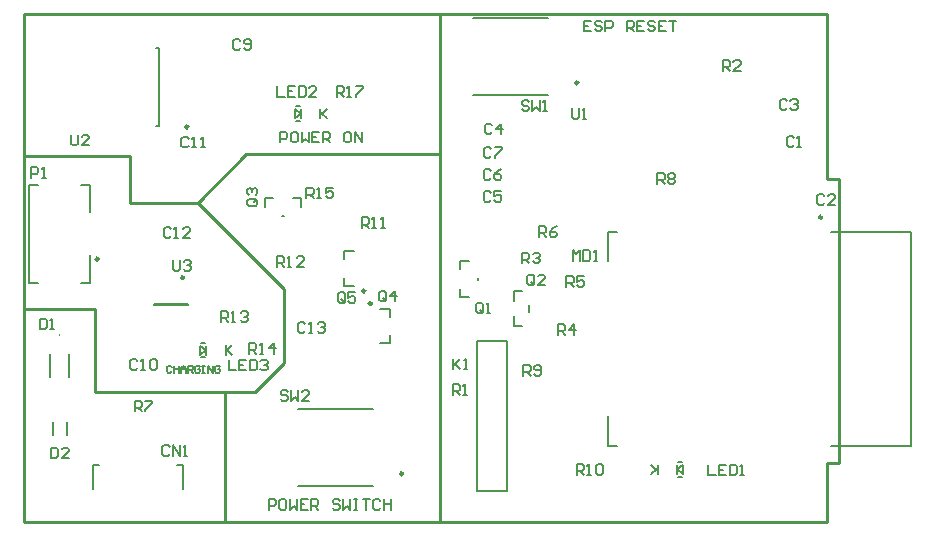
<source format=gto>
G04*
G04 #@! TF.GenerationSoftware,Altium Limited,Altium Designer,22.6.1 (34)*
G04*
G04 Layer_Color=65535*
%FSLAX44Y44*%
%MOMM*%
G71*
G04*
G04 #@! TF.SameCoordinates,A7F95BF2-09E6-4EF4-AC3E-D413731AB972*
G04*
G04*
G04 #@! TF.FilePolarity,Positive*
G04*
G01*
G75*
%ADD10C,0.2500*%
%ADD11C,0.1250*%
%ADD12C,0.1000*%
%ADD13C,0.2000*%
%ADD14C,0.2540*%
%ADD15C,0.1500*%
D10*
X749320Y944400D02*
G03*
X749320Y944400I-1250J0D01*
G01*
X1285900Y867750D02*
G03*
X1285900Y867750I-1250J0D01*
G01*
X931096Y650611D02*
G03*
X931096Y650611I-1250J0D01*
G01*
X899196Y805483D02*
G03*
X899196Y805483I-1250J0D01*
G01*
X1079407Y981656D02*
G03*
X1079407Y981656I-1250J0D01*
G01*
X673375Y832445D02*
G03*
X673375Y832445I-1250J0D01*
G01*
X904691Y794680D02*
G03*
X904691Y794680I-1250J0D01*
G01*
X745520Y816644D02*
G03*
X745520Y816644I-1250J0D01*
G01*
D11*
X1067340Y907837D02*
G03*
X1067340Y907837I-620J0D01*
G01*
D12*
X640125Y768307D02*
G03*
X640125Y767307I0J-500D01*
G01*
D02*
G03*
X640125Y768307I0J500D01*
G01*
D13*
X724570Y944700D02*
Y1010700D01*
X722070D02*
X724570D01*
X722070Y944700D02*
X724570D01*
X1360800Y674500D02*
Y855500D01*
X1104800Y674500D02*
X1112050D01*
X1293650D02*
X1360800D01*
X1104800Y830400D02*
Y855500D01*
Y674500D02*
Y699600D01*
Y855500D02*
X1112050D01*
X1293650D02*
X1360800D01*
X842446Y705561D02*
X905346D01*
X842446Y640561D02*
X905346D01*
X881446Y809883D02*
X889596D01*
X881446D02*
Y816484D01*
Y839083D02*
X889596D01*
X881446Y832484D02*
Y839083D01*
X990757Y1036606D02*
X1053657D01*
X990757Y971606D02*
X1053657D01*
X1164209Y660465D02*
X1167209D01*
X1164209Y647965D02*
X1167209D01*
X1168249Y650405D02*
Y658025D01*
X1163169Y654215D02*
X1168249Y658025D01*
X1163169Y654215D02*
X1168249Y650405D01*
X1163169D02*
Y658025D01*
X648125Y732307D02*
Y752307D01*
X632125Y732307D02*
Y752307D01*
X994464Y814733D02*
Y816233D01*
X979264Y830683D02*
X987114D01*
X979264Y800283D02*
Y806733D01*
Y824233D02*
Y830683D01*
Y800283D02*
X987114D01*
X739820Y658257D02*
X744900D01*
X668700Y637937D02*
Y658257D01*
X673780D01*
X744900Y637937D02*
Y658257D01*
X1038178Y787391D02*
Y793511D01*
X1025178Y805051D02*
X1031905D01*
X1025178Y775851D02*
Y784011D01*
Y796891D02*
Y805051D01*
Y775851D02*
X1031905D01*
X634500Y683577D02*
Y694576D01*
X646537Y683638D02*
Y694638D01*
X1019378Y635590D02*
Y762590D01*
X993978D02*
X1019378D01*
X993978Y635590D02*
X1019378D01*
X993978D02*
Y762590D01*
X828785Y869082D02*
X830285D01*
X844735Y876432D02*
Y884282D01*
X814335D02*
X820785D01*
X838285D02*
X844735D01*
X814335Y876432D02*
Y884282D01*
X666125Y812445D02*
Y835945D01*
Y871945D02*
Y895445D01*
X614125Y812445D02*
Y895445D01*
X622125D01*
X658125D02*
X666125D01*
X658125Y812445D02*
X666125D01*
X614125D02*
X622125D01*
X911791Y790280D02*
X919941D01*
Y783680D02*
Y790280D01*
X911791Y761080D02*
X919941D01*
Y767680D01*
X840672Y949104D02*
X843672D01*
X840672Y961604D02*
X843672D01*
X839632Y951544D02*
Y959164D01*
Y951544D02*
X844712Y955354D01*
X839632Y959164D02*
X844712Y955354D01*
Y951544D02*
Y959164D01*
X720270Y793261D02*
X749270D01*
X720270D02*
Y794319D01*
X749270D01*
Y793261D02*
Y794319D01*
X760419Y749109D02*
X763419D01*
X760419Y761609D02*
X763419D01*
X759379Y751549D02*
Y759169D01*
Y751549D02*
X764459Y755359D01*
X759379Y759169D02*
X764459Y755359D01*
Y751549D02*
Y759169D01*
X827268Y931093D02*
Y940090D01*
X831766D01*
X833266Y938591D01*
Y935592D01*
X831766Y934092D01*
X827268D01*
X840763Y940090D02*
X837764D01*
X836265Y938591D01*
Y932593D01*
X837764Y931093D01*
X840763D01*
X842263Y932593D01*
Y938591D01*
X840763Y940090D01*
X845262D02*
Y931093D01*
X848261Y934092D01*
X851260Y931093D01*
Y940090D01*
X860257D02*
X854259D01*
Y931093D01*
X860257D01*
X854259Y935592D02*
X857258D01*
X863256Y931093D02*
Y940090D01*
X867754D01*
X869254Y938591D01*
Y935592D01*
X867754Y934092D01*
X863256D01*
X866255D02*
X869254Y931093D01*
X885749Y940090D02*
X882750D01*
X881250Y938591D01*
Y932593D01*
X882750Y931093D01*
X885749D01*
X887248Y932593D01*
Y938591D01*
X885749Y940090D01*
X890247Y931093D02*
Y940090D01*
X896245Y931093D01*
Y940090D01*
X1090537Y1034310D02*
X1084539D01*
Y1025313D01*
X1090537D01*
X1084539Y1029811D02*
X1087538D01*
X1099534Y1032810D02*
X1098035Y1034310D01*
X1095036D01*
X1093536Y1032810D01*
Y1031311D01*
X1095036Y1029811D01*
X1098035D01*
X1099534Y1028312D01*
Y1026812D01*
X1098035Y1025313D01*
X1095036D01*
X1093536Y1026812D01*
X1102533Y1025313D02*
Y1034310D01*
X1107032D01*
X1108531Y1032810D01*
Y1029811D01*
X1107032Y1028312D01*
X1102533D01*
X1120528Y1025313D02*
Y1034310D01*
X1125026D01*
X1126526Y1032810D01*
Y1029811D01*
X1125026Y1028312D01*
X1120528D01*
X1123527D02*
X1126526Y1025313D01*
X1135523Y1034310D02*
X1129525D01*
Y1025313D01*
X1135523D01*
X1129525Y1029811D02*
X1132524D01*
X1144520Y1032810D02*
X1143020Y1034310D01*
X1140021D01*
X1138522Y1032810D01*
Y1031311D01*
X1140021Y1029811D01*
X1143020D01*
X1144520Y1028312D01*
Y1026812D01*
X1143020Y1025313D01*
X1140021D01*
X1138522Y1026812D01*
X1153517Y1034310D02*
X1147519D01*
Y1025313D01*
X1153517D01*
X1147519Y1029811D02*
X1150518D01*
X1156516Y1034310D02*
X1162514D01*
X1159515D01*
Y1025313D01*
X817438Y620321D02*
Y629318D01*
X821937D01*
X823436Y627819D01*
Y624820D01*
X821937Y623320D01*
X817438D01*
X830934Y629318D02*
X827935D01*
X826435Y627819D01*
Y621820D01*
X827935Y620321D01*
X830934D01*
X832433Y621820D01*
Y627819D01*
X830934Y629318D01*
X835432D02*
Y620321D01*
X838431Y623320D01*
X841431Y620321D01*
Y629318D01*
X850428D02*
X844429D01*
Y620321D01*
X850428D01*
X844429Y624820D02*
X847429D01*
X853427Y620321D02*
Y629318D01*
X857925D01*
X859425Y627819D01*
Y624820D01*
X857925Y623320D01*
X853427D01*
X856426D02*
X859425Y620321D01*
X877419Y627819D02*
X875919Y629318D01*
X872920D01*
X871421Y627819D01*
Y626319D01*
X872920Y624820D01*
X875919D01*
X877419Y623320D01*
Y621820D01*
X875919Y620321D01*
X872920D01*
X871421Y621820D01*
X880418Y629318D02*
Y620321D01*
X883417Y623320D01*
X886416Y620321D01*
Y629318D01*
X889415D02*
X892414D01*
X890914D01*
Y620321D01*
X889415D01*
X892414D01*
X896913Y629318D02*
X902911D01*
X899911D01*
Y620321D01*
X911908Y627819D02*
X910408Y629318D01*
X907409D01*
X905910Y627819D01*
Y621820D01*
X907409Y620321D01*
X910408D01*
X911908Y621820D01*
X914907Y629318D02*
Y620321D01*
Y624820D01*
X920905D01*
Y629318D01*
Y620321D01*
X1146659Y650028D02*
Y658025D01*
Y655359D01*
X1141327Y650028D01*
X1145326Y654027D01*
X1141327Y658025D01*
X861222Y959541D02*
Y951544D01*
Y954210D01*
X866554Y959541D01*
X862555Y955543D01*
X866554Y951544D01*
X780969Y759547D02*
Y751549D01*
Y754215D01*
X786301Y759547D01*
X782302Y755548D01*
X786301Y751549D01*
X736341Y831667D02*
Y824169D01*
X737840Y822670D01*
X740839D01*
X742339Y824169D01*
Y831667D01*
X745338Y830168D02*
X746837Y831667D01*
X749836D01*
X751336Y830168D01*
Y828668D01*
X749836Y827169D01*
X748337D01*
X749836D01*
X751336Y825669D01*
Y824169D01*
X749836Y822670D01*
X746837D01*
X745338Y824169D01*
X650001Y937600D02*
Y930103D01*
X651500Y928603D01*
X654499D01*
X655999Y930103D01*
Y937600D01*
X664996Y928603D02*
X658998D01*
X664996Y934601D01*
Y936101D01*
X663496Y937600D01*
X660497D01*
X658998Y936101D01*
X1074246Y960206D02*
Y952708D01*
X1075745Y951208D01*
X1078745D01*
X1080244Y952708D01*
Y960206D01*
X1083243Y951208D02*
X1086242D01*
X1084743D01*
Y960206D01*
X1083243Y958706D01*
X833439Y719916D02*
X831940Y721416D01*
X828941D01*
X827441Y719916D01*
Y718417D01*
X828941Y716917D01*
X831940D01*
X833439Y715418D01*
Y713918D01*
X831940Y712419D01*
X828941D01*
X827441Y713918D01*
X836438Y721416D02*
Y712419D01*
X839437Y715418D01*
X842436Y712419D01*
Y721416D01*
X851433Y712419D02*
X845435D01*
X851433Y718417D01*
Y719916D01*
X849934Y721416D01*
X846935D01*
X845435Y719916D01*
X1037709Y965251D02*
X1036209Y966751D01*
X1033210D01*
X1031711Y965251D01*
Y963752D01*
X1033210Y962252D01*
X1036209D01*
X1037709Y960753D01*
Y959253D01*
X1036209Y957754D01*
X1033210D01*
X1031711Y959253D01*
X1040708Y966751D02*
Y957754D01*
X1043707Y960753D01*
X1046706Y957754D01*
Y966751D01*
X1049705Y957754D02*
X1052704D01*
X1051205D01*
Y966751D01*
X1049705Y965251D01*
X874857Y969940D02*
Y978937D01*
X879356D01*
X880856Y977438D01*
Y974439D01*
X879356Y972939D01*
X874857D01*
X877857D02*
X880856Y969940D01*
X883855D02*
X886854D01*
X885354D01*
Y978937D01*
X883855Y977438D01*
X891352Y978937D02*
X897350D01*
Y977438D01*
X891352Y971440D01*
Y969940D01*
X849345Y883882D02*
Y892879D01*
X853843D01*
X855343Y891380D01*
Y888381D01*
X853843Y886881D01*
X849345D01*
X852344D02*
X855343Y883882D01*
X858342D02*
X861341D01*
X859841D01*
Y892879D01*
X858342Y891380D01*
X871837Y892879D02*
X865839D01*
Y888381D01*
X868838Y889880D01*
X870338D01*
X871837Y888381D01*
Y885382D01*
X870338Y883882D01*
X867339D01*
X865839Y885382D01*
X800909Y752331D02*
Y761329D01*
X805407D01*
X806907Y759829D01*
Y756830D01*
X805407Y755331D01*
X800909D01*
X803908D02*
X806907Y752331D01*
X809906D02*
X812905D01*
X811405D01*
Y761329D01*
X809906Y759829D01*
X821902Y752331D02*
Y761329D01*
X817403Y756830D01*
X823402D01*
X777064Y779169D02*
Y788166D01*
X781563D01*
X783063Y786666D01*
Y783668D01*
X781563Y782168D01*
X777064D01*
X780063D02*
X783063Y779169D01*
X786061D02*
X789061D01*
X787561D01*
Y788166D01*
X786061Y786666D01*
X793559D02*
X795059Y788166D01*
X798058D01*
X799557Y786666D01*
Y785167D01*
X798058Y783668D01*
X796558D01*
X798058D01*
X799557Y782168D01*
Y780668D01*
X798058Y779169D01*
X795059D01*
X793559Y780668D01*
X824460Y825747D02*
Y834744D01*
X828958D01*
X830458Y833244D01*
Y830245D01*
X828958Y828746D01*
X824460D01*
X827459D02*
X830458Y825747D01*
X833457D02*
X836456D01*
X834956D01*
Y834744D01*
X833457Y833244D01*
X846952Y825747D02*
X840954D01*
X846952Y831745D01*
Y833244D01*
X845453Y834744D01*
X842454D01*
X840954Y833244D01*
X896086Y858602D02*
Y867599D01*
X900584D01*
X902084Y866100D01*
Y863101D01*
X900584Y861601D01*
X896086D01*
X899085D02*
X902084Y858602D01*
X905083D02*
X908082D01*
X906582D01*
Y867599D01*
X905083Y866100D01*
X912580Y858602D02*
X915579D01*
X914080D01*
Y867599D01*
X912580Y866100D01*
X1078026Y649905D02*
Y658903D01*
X1082524D01*
X1084024Y657403D01*
Y654404D01*
X1082524Y652905D01*
X1078026D01*
X1081025D02*
X1084024Y649905D01*
X1087023D02*
X1090022D01*
X1088522D01*
Y658903D01*
X1087023Y657403D01*
X1094520D02*
X1096020Y658903D01*
X1099019D01*
X1100519Y657403D01*
Y651405D01*
X1099019Y649905D01*
X1096020D01*
X1094520Y651405D01*
Y657403D01*
X1033073Y733623D02*
Y742620D01*
X1037571D01*
X1039071Y741120D01*
Y738121D01*
X1037571Y736622D01*
X1033073D01*
X1036072D02*
X1039071Y733623D01*
X1042070Y735122D02*
X1043569Y733623D01*
X1046569D01*
X1048068Y735122D01*
Y741120D01*
X1046569Y742620D01*
X1043569D01*
X1042070Y741120D01*
Y739621D01*
X1043569Y738121D01*
X1048068D01*
X1146579Y895970D02*
Y904967D01*
X1151077D01*
X1152577Y903467D01*
Y900468D01*
X1151077Y898969D01*
X1146579D01*
X1149578D02*
X1152577Y895970D01*
X1155576Y903467D02*
X1157075Y904967D01*
X1160074D01*
X1161574Y903467D01*
Y901968D01*
X1160074Y900468D01*
X1161574Y898969D01*
Y897469D01*
X1160074Y895970D01*
X1157075D01*
X1155576Y897469D01*
Y898969D01*
X1157075Y900468D01*
X1155576Y901968D01*
Y903467D01*
X1157075Y900468D02*
X1160074D01*
X703945Y703366D02*
Y712363D01*
X708444D01*
X709943Y710863D01*
Y707864D01*
X708444Y706365D01*
X703945D01*
X706944D02*
X709943Y703366D01*
X712942Y712363D02*
X718941D01*
Y710863D01*
X712942Y704865D01*
Y703366D01*
X1046261Y851068D02*
Y860065D01*
X1050760D01*
X1052259Y858566D01*
Y855567D01*
X1050760Y854067D01*
X1046261D01*
X1049260D02*
X1052259Y851068D01*
X1061256Y860065D02*
X1058257Y858566D01*
X1055258Y855567D01*
Y852568D01*
X1056758Y851068D01*
X1059757D01*
X1061256Y852568D01*
Y854067D01*
X1059757Y855567D01*
X1055258D01*
X1069463Y808768D02*
Y817765D01*
X1073961D01*
X1075461Y816265D01*
Y813266D01*
X1073961Y811767D01*
X1069463D01*
X1072462D02*
X1075461Y808768D01*
X1084458Y817765D02*
X1078460D01*
Y813266D01*
X1081459Y814766D01*
X1082958D01*
X1084458Y813266D01*
Y810267D01*
X1082958Y808768D01*
X1079959D01*
X1078460Y810267D01*
X1062367Y768193D02*
Y777190D01*
X1066865D01*
X1068365Y775691D01*
Y772692D01*
X1066865Y771192D01*
X1062367D01*
X1065366D02*
X1068365Y768193D01*
X1075862D02*
Y777190D01*
X1071364Y772692D01*
X1077362D01*
X1032002Y828844D02*
Y837841D01*
X1036500D01*
X1038000Y836342D01*
Y833343D01*
X1036500Y831843D01*
X1032002D01*
X1035001D02*
X1038000Y828844D01*
X1040999Y836342D02*
X1042498Y837841D01*
X1045497D01*
X1046997Y836342D01*
Y834843D01*
X1045497Y833343D01*
X1043998D01*
X1045497D01*
X1046997Y831843D01*
Y830344D01*
X1045497Y828844D01*
X1042498D01*
X1040999Y830344D01*
X1201913Y991576D02*
Y1000573D01*
X1206411D01*
X1207911Y999073D01*
Y996074D01*
X1206411Y994575D01*
X1201913D01*
X1204911D02*
X1207911Y991576D01*
X1216908D02*
X1210910D01*
X1216908Y997574D01*
Y999073D01*
X1215408Y1000573D01*
X1212409D01*
X1210910Y999073D01*
X973270Y717380D02*
Y726377D01*
X977768D01*
X979268Y724878D01*
Y721879D01*
X977768Y720379D01*
X973270D01*
X976269D02*
X979268Y717380D01*
X982267D02*
X985266D01*
X983766D01*
Y726377D01*
X982267Y724878D01*
X881875Y796710D02*
Y802708D01*
X880375Y804208D01*
X877376D01*
X875877Y802708D01*
Y796710D01*
X877376Y795210D01*
X880375D01*
X878876Y798209D02*
X881875Y795210D01*
X880375D02*
X881875Y796710D01*
X890872Y804208D02*
X884874D01*
Y799709D01*
X887873Y801208D01*
X889372D01*
X890872Y799709D01*
Y796710D01*
X889372Y795210D01*
X886373D01*
X884874Y796710D01*
X916918Y798056D02*
Y804054D01*
X915419Y805553D01*
X912420D01*
X910920Y804054D01*
Y798056D01*
X912420Y796556D01*
X915419D01*
X913919Y799555D02*
X916918Y796556D01*
X915419D02*
X916918Y798056D01*
X924416Y796556D02*
Y805553D01*
X919917Y801055D01*
X925915D01*
X806297Y883455D02*
X800299D01*
X798800Y881955D01*
Y878956D01*
X800299Y877457D01*
X806297D01*
X807797Y878956D01*
Y881955D01*
X804798Y880456D02*
X807797Y883455D01*
Y881955D02*
X806297Y883455D01*
X800299Y886454D02*
X798800Y887953D01*
Y890952D01*
X800299Y892452D01*
X801798D01*
X803298Y890952D01*
Y889453D01*
Y890952D01*
X804798Y892452D01*
X806297D01*
X807797Y890952D01*
Y887953D01*
X806297Y886454D01*
X1042346Y811723D02*
Y817721D01*
X1040846Y819220D01*
X1037848D01*
X1036348Y817721D01*
Y811723D01*
X1037848Y810223D01*
X1040846D01*
X1039347Y813222D02*
X1042346Y810223D01*
X1040846D02*
X1042346Y811723D01*
X1051343Y810223D02*
X1045345D01*
X1051343Y816221D01*
Y817721D01*
X1049844Y819220D01*
X1046844D01*
X1045345Y817721D01*
X998953Y788045D02*
Y794043D01*
X997454Y795543D01*
X994455D01*
X992955Y794043D01*
Y788045D01*
X994455Y786546D01*
X997454D01*
X995954Y789545D02*
X998953Y786546D01*
X997454D02*
X998953Y788045D01*
X1001953Y786546D02*
X1004951D01*
X1003452D01*
Y795543D01*
X1001953Y794043D01*
X616427Y901257D02*
Y910254D01*
X620926D01*
X622425Y908754D01*
Y905755D01*
X620926Y904256D01*
X616427D01*
X625425Y901257D02*
X628424D01*
X626924D01*
Y910254D01*
X625425Y908754D01*
X1074754Y830756D02*
Y839753D01*
X1077753Y836754D01*
X1080752Y839753D01*
Y830756D01*
X1083751Y839753D02*
Y830756D01*
X1088249D01*
X1089749Y832255D01*
Y838253D01*
X1088249Y839753D01*
X1083751D01*
X1092748Y830756D02*
X1095747D01*
X1094247D01*
Y839753D01*
X1092748Y838253D01*
X783396Y747208D02*
Y738211D01*
X789394D01*
X798391Y747208D02*
X792393D01*
Y738211D01*
X798391D01*
X792393Y742709D02*
X795392D01*
X801390Y747208D02*
Y738211D01*
X805888D01*
X807388Y739710D01*
Y745708D01*
X805888Y747208D01*
X801390D01*
X810387Y745708D02*
X811886Y747208D01*
X814885D01*
X816385Y745708D01*
Y744209D01*
X814885Y742709D01*
X813386D01*
X814885D01*
X816385Y741210D01*
Y739710D01*
X814885Y738211D01*
X811886D01*
X810387Y739710D01*
X824777Y978757D02*
Y969760D01*
X830776D01*
X839773Y978757D02*
X833774D01*
Y969760D01*
X839773D01*
X833774Y974259D02*
X836774D01*
X842772Y978757D02*
Y969760D01*
X847270D01*
X848770Y971260D01*
Y977258D01*
X847270Y978757D01*
X842772D01*
X857767Y969760D02*
X851769D01*
X857767Y975758D01*
Y977258D01*
X856267Y978757D01*
X853268D01*
X851769Y977258D01*
X1189749Y658344D02*
Y649347D01*
X1195747D01*
X1204744Y658344D02*
X1198746D01*
Y649347D01*
X1204744D01*
X1198746Y653846D02*
X1201745D01*
X1207743Y658344D02*
Y649347D01*
X1212241D01*
X1213741Y650846D01*
Y656845D01*
X1212241Y658344D01*
X1207743D01*
X1216740Y649347D02*
X1219739D01*
X1218239D01*
Y658344D01*
X1216740Y656845D01*
X973673Y748035D02*
Y739037D01*
Y742037D01*
X979671Y748035D01*
X975173Y743536D01*
X979671Y739037D01*
X982670D02*
X985669D01*
X984170D01*
Y748035D01*
X982670Y746535D01*
X633162Y672804D02*
Y663807D01*
X637661D01*
X639160Y665306D01*
Y671304D01*
X637661Y672804D01*
X633162D01*
X648158Y663807D02*
X642160D01*
X648158Y669805D01*
Y671304D01*
X646658Y672804D01*
X643659D01*
X642160Y671304D01*
X623555Y781994D02*
Y772997D01*
X628054D01*
X629553Y774497D01*
Y780495D01*
X628054Y781994D01*
X623555D01*
X632552Y772997D02*
X635551D01*
X634052D01*
Y781994D01*
X632552Y780495D01*
X733433Y673176D02*
X731934Y674676D01*
X728935D01*
X727435Y673176D01*
Y667178D01*
X728935Y665678D01*
X731934D01*
X733433Y667178D01*
X736432Y665678D02*
Y674676D01*
X742430Y665678D01*
Y674676D01*
X745430Y665678D02*
X748428D01*
X746929D01*
Y674676D01*
X745430Y673176D01*
X848328Y777501D02*
X846829Y779000D01*
X843830D01*
X842330Y777501D01*
Y771503D01*
X843830Y770003D01*
X846829D01*
X848328Y771503D01*
X851327Y770003D02*
X854326D01*
X852827D01*
Y779000D01*
X851327Y777501D01*
X858825D02*
X860324Y779000D01*
X863323D01*
X864823Y777501D01*
Y776001D01*
X863323Y774502D01*
X861824D01*
X863323D01*
X864823Y773002D01*
Y771503D01*
X863323Y770003D01*
X860324D01*
X858825Y771503D01*
X734522Y857721D02*
X733023Y859221D01*
X730024D01*
X728524Y857721D01*
Y851723D01*
X730024Y850224D01*
X733023D01*
X734522Y851723D01*
X737521Y850224D02*
X740520D01*
X739021D01*
Y859221D01*
X737521Y857721D01*
X751017Y850224D02*
X745019D01*
X751017Y856222D01*
Y857721D01*
X749517Y859221D01*
X746518D01*
X745019Y857721D01*
X749559Y934456D02*
X748060Y935955D01*
X745061D01*
X743561Y934456D01*
Y928458D01*
X745061Y926958D01*
X748060D01*
X749559Y928458D01*
X752559Y926958D02*
X755557D01*
X754058D01*
Y935955D01*
X752559Y934456D01*
X760056Y926958D02*
X763055D01*
X761556D01*
Y935955D01*
X760056Y934456D01*
X706258Y746321D02*
X704758Y747820D01*
X701759D01*
X700260Y746321D01*
Y740323D01*
X701759Y738823D01*
X704758D01*
X706258Y740323D01*
X709257Y738823D02*
X712256D01*
X710756D01*
Y747820D01*
X709257Y746321D01*
X716754D02*
X718254Y747820D01*
X721253D01*
X722752Y746321D01*
Y740323D01*
X721253Y738823D01*
X718254D01*
X716754Y740323D01*
Y746321D01*
X793438Y1017065D02*
X791938Y1018565D01*
X788939D01*
X787440Y1017065D01*
Y1011067D01*
X788939Y1009567D01*
X791938D01*
X793438Y1011067D01*
X796437D02*
X797936Y1009567D01*
X800936D01*
X802435Y1011067D01*
Y1017065D01*
X800936Y1018565D01*
X797936D01*
X796437Y1017065D01*
Y1015566D01*
X797936Y1014066D01*
X802435D01*
X1005784Y925591D02*
X1004285Y927090D01*
X1001286D01*
X999786Y925591D01*
Y919593D01*
X1001286Y918093D01*
X1004285D01*
X1005784Y919593D01*
X1008783Y927090D02*
X1014781D01*
Y925591D01*
X1008783Y919593D01*
Y918093D01*
X1005360Y907052D02*
X1003860Y908552D01*
X1000861D01*
X999362Y907052D01*
Y901054D01*
X1000861Y899555D01*
X1003860D01*
X1005360Y901054D01*
X1014357Y908552D02*
X1011358Y907052D01*
X1008359Y904053D01*
Y901054D01*
X1009858Y899555D01*
X1012857D01*
X1014357Y901054D01*
Y902554D01*
X1012857Y904053D01*
X1008359D01*
X1005360Y888373D02*
X1003860Y889872D01*
X1000861D01*
X999362Y888373D01*
Y882375D01*
X1000861Y880875D01*
X1003860D01*
X1005360Y882375D01*
X1014357Y889872D02*
X1008359D01*
Y885374D01*
X1011358Y886873D01*
X1012857D01*
X1014357Y885374D01*
Y882375D01*
X1012857Y880875D01*
X1009858D01*
X1008359Y882375D01*
X1006634Y945544D02*
X1005134Y947044D01*
X1002135D01*
X1000635Y945544D01*
Y939546D01*
X1002135Y938046D01*
X1005134D01*
X1006634Y939546D01*
X1014131Y938046D02*
Y947044D01*
X1009632Y942545D01*
X1015631D01*
X1256174Y966353D02*
X1254675Y967852D01*
X1251676D01*
X1250176Y966353D01*
Y960355D01*
X1251676Y958855D01*
X1254675D01*
X1256174Y960355D01*
X1259173Y966353D02*
X1260673Y967852D01*
X1263672D01*
X1265172Y966353D01*
Y964853D01*
X1263672Y963354D01*
X1262172D01*
X1263672D01*
X1265172Y961854D01*
Y960355D01*
X1263672Y958855D01*
X1260673D01*
X1259173Y960355D01*
X1287871Y885880D02*
X1286372Y887380D01*
X1283373D01*
X1281873Y885880D01*
Y879882D01*
X1283373Y878383D01*
X1286372D01*
X1287871Y879882D01*
X1296868Y878383D02*
X1290870D01*
X1296868Y884381D01*
Y885880D01*
X1295369Y887380D01*
X1292370D01*
X1290870Y885880D01*
X1262087Y935161D02*
X1260587Y936660D01*
X1257588D01*
X1256089Y935161D01*
Y929163D01*
X1257588Y927663D01*
X1260587D01*
X1262087Y929163D01*
X1265086Y927663D02*
X1268085D01*
X1266585D01*
Y936660D01*
X1265086Y935161D01*
D14*
X1290000Y900000D02*
Y1040000D01*
Y900000D02*
X1300000D01*
Y870000D02*
Y900000D01*
Y660000D02*
Y870000D01*
X1290000Y660000D02*
X1300000D01*
X1290000Y610000D02*
Y660000D01*
X610000Y1040000D02*
X962340D01*
X610000Y920000D02*
Y1040000D01*
X962101Y921013D02*
X962225Y925764D01*
X798273Y921013D02*
X962101D01*
X757260Y880000D02*
X798273Y921013D01*
X960000Y610000D02*
X980000D01*
X780000D02*
X960000D01*
X830000Y744419D02*
Y807260D01*
X757260Y880000D02*
X830000Y807260D01*
X700000Y880000D02*
X757260D01*
X805581Y720000D02*
X830000Y744419D01*
X780000Y720000D02*
X805581D01*
X610000Y790000D02*
Y920000D01*
X700000Y880000D02*
Y920000D01*
X610000D02*
X700000D01*
X610000Y610000D02*
Y790000D01*
Y610000D02*
X780000D01*
Y720000D01*
X670000D02*
X780000D01*
X670000D02*
Y790000D01*
X610000D02*
X670000D01*
X962340Y1040000D02*
X1290000D01*
X962340Y610000D02*
X1290000D01*
X962340Y1040000D02*
X962340Y610000D01*
D15*
X735195Y741234D02*
X734196Y742234D01*
X732197D01*
X731197Y741234D01*
Y737235D01*
X732197Y736236D01*
X734196D01*
X735195Y737235D01*
X737195Y742234D02*
Y736236D01*
Y739234D01*
X741194D01*
Y742234D01*
Y736236D01*
X743193D02*
Y740234D01*
X745192Y742234D01*
X747192Y740234D01*
Y736236D01*
Y739234D01*
X743193D01*
X749191Y736236D02*
Y742234D01*
X752190D01*
X753190Y741234D01*
Y739234D01*
X752190Y738235D01*
X749191D01*
X751190D02*
X753190Y736236D01*
X759188Y741234D02*
X758188Y742234D01*
X756189D01*
X755189Y741234D01*
Y737235D01*
X756189Y736236D01*
X758188D01*
X759188Y737235D01*
Y739234D01*
X757188D01*
X761187Y742234D02*
X763186D01*
X762187D01*
Y736236D01*
X761187D01*
X763186D01*
X766186D02*
Y742234D01*
X770184Y736236D01*
Y742234D01*
X776182Y741234D02*
X775182Y742234D01*
X773183D01*
X772184Y741234D01*
Y737235D01*
X773183Y736236D01*
X775182D01*
X776182Y737235D01*
Y739234D01*
X774183D01*
M02*

</source>
